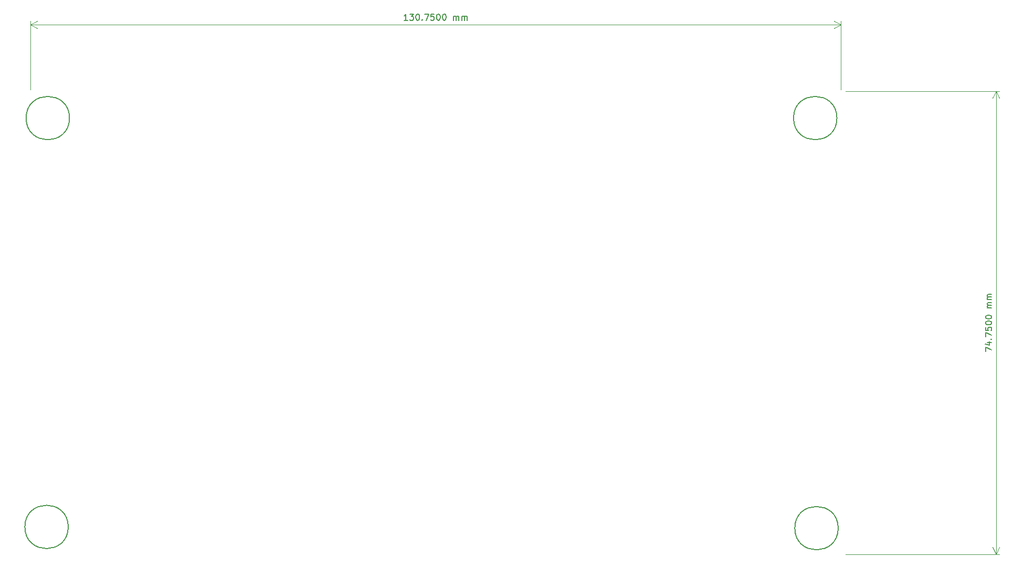
<source format=gbr>
%TF.GenerationSoftware,KiCad,Pcbnew,8.0.4*%
%TF.CreationDate,2024-11-06T13:18:38+05:30*%
%TF.ProjectId,PS_CARD,50535f43-4152-4442-9e6b-696361645f70,rev?*%
%TF.SameCoordinates,Original*%
%TF.FileFunction,Other,Comment*%
%FSLAX46Y46*%
G04 Gerber Fmt 4.6, Leading zero omitted, Abs format (unit mm)*
G04 Created by KiCad (PCBNEW 8.0.4) date 2024-11-06 13:18:38*
%MOMM*%
%LPD*%
G01*
G04 APERTURE LIST*
%ADD10C,0.150000*%
%ADD11C,0.100000*%
G04 APERTURE END LIST*
D10*
X119851190Y-54804819D02*
X119279762Y-54804819D01*
X119565476Y-54804819D02*
X119565476Y-53804819D01*
X119565476Y-53804819D02*
X119470238Y-53947676D01*
X119470238Y-53947676D02*
X119375000Y-54042914D01*
X119375000Y-54042914D02*
X119279762Y-54090533D01*
X120184524Y-53804819D02*
X120803571Y-53804819D01*
X120803571Y-53804819D02*
X120470238Y-54185771D01*
X120470238Y-54185771D02*
X120613095Y-54185771D01*
X120613095Y-54185771D02*
X120708333Y-54233390D01*
X120708333Y-54233390D02*
X120755952Y-54281009D01*
X120755952Y-54281009D02*
X120803571Y-54376247D01*
X120803571Y-54376247D02*
X120803571Y-54614342D01*
X120803571Y-54614342D02*
X120755952Y-54709580D01*
X120755952Y-54709580D02*
X120708333Y-54757200D01*
X120708333Y-54757200D02*
X120613095Y-54804819D01*
X120613095Y-54804819D02*
X120327381Y-54804819D01*
X120327381Y-54804819D02*
X120232143Y-54757200D01*
X120232143Y-54757200D02*
X120184524Y-54709580D01*
X121422619Y-53804819D02*
X121517857Y-53804819D01*
X121517857Y-53804819D02*
X121613095Y-53852438D01*
X121613095Y-53852438D02*
X121660714Y-53900057D01*
X121660714Y-53900057D02*
X121708333Y-53995295D01*
X121708333Y-53995295D02*
X121755952Y-54185771D01*
X121755952Y-54185771D02*
X121755952Y-54423866D01*
X121755952Y-54423866D02*
X121708333Y-54614342D01*
X121708333Y-54614342D02*
X121660714Y-54709580D01*
X121660714Y-54709580D02*
X121613095Y-54757200D01*
X121613095Y-54757200D02*
X121517857Y-54804819D01*
X121517857Y-54804819D02*
X121422619Y-54804819D01*
X121422619Y-54804819D02*
X121327381Y-54757200D01*
X121327381Y-54757200D02*
X121279762Y-54709580D01*
X121279762Y-54709580D02*
X121232143Y-54614342D01*
X121232143Y-54614342D02*
X121184524Y-54423866D01*
X121184524Y-54423866D02*
X121184524Y-54185771D01*
X121184524Y-54185771D02*
X121232143Y-53995295D01*
X121232143Y-53995295D02*
X121279762Y-53900057D01*
X121279762Y-53900057D02*
X121327381Y-53852438D01*
X121327381Y-53852438D02*
X121422619Y-53804819D01*
X122184524Y-54709580D02*
X122232143Y-54757200D01*
X122232143Y-54757200D02*
X122184524Y-54804819D01*
X122184524Y-54804819D02*
X122136905Y-54757200D01*
X122136905Y-54757200D02*
X122184524Y-54709580D01*
X122184524Y-54709580D02*
X122184524Y-54804819D01*
X122565476Y-53804819D02*
X123232142Y-53804819D01*
X123232142Y-53804819D02*
X122803571Y-54804819D01*
X124089285Y-53804819D02*
X123613095Y-53804819D01*
X123613095Y-53804819D02*
X123565476Y-54281009D01*
X123565476Y-54281009D02*
X123613095Y-54233390D01*
X123613095Y-54233390D02*
X123708333Y-54185771D01*
X123708333Y-54185771D02*
X123946428Y-54185771D01*
X123946428Y-54185771D02*
X124041666Y-54233390D01*
X124041666Y-54233390D02*
X124089285Y-54281009D01*
X124089285Y-54281009D02*
X124136904Y-54376247D01*
X124136904Y-54376247D02*
X124136904Y-54614342D01*
X124136904Y-54614342D02*
X124089285Y-54709580D01*
X124089285Y-54709580D02*
X124041666Y-54757200D01*
X124041666Y-54757200D02*
X123946428Y-54804819D01*
X123946428Y-54804819D02*
X123708333Y-54804819D01*
X123708333Y-54804819D02*
X123613095Y-54757200D01*
X123613095Y-54757200D02*
X123565476Y-54709580D01*
X124755952Y-53804819D02*
X124851190Y-53804819D01*
X124851190Y-53804819D02*
X124946428Y-53852438D01*
X124946428Y-53852438D02*
X124994047Y-53900057D01*
X124994047Y-53900057D02*
X125041666Y-53995295D01*
X125041666Y-53995295D02*
X125089285Y-54185771D01*
X125089285Y-54185771D02*
X125089285Y-54423866D01*
X125089285Y-54423866D02*
X125041666Y-54614342D01*
X125041666Y-54614342D02*
X124994047Y-54709580D01*
X124994047Y-54709580D02*
X124946428Y-54757200D01*
X124946428Y-54757200D02*
X124851190Y-54804819D01*
X124851190Y-54804819D02*
X124755952Y-54804819D01*
X124755952Y-54804819D02*
X124660714Y-54757200D01*
X124660714Y-54757200D02*
X124613095Y-54709580D01*
X124613095Y-54709580D02*
X124565476Y-54614342D01*
X124565476Y-54614342D02*
X124517857Y-54423866D01*
X124517857Y-54423866D02*
X124517857Y-54185771D01*
X124517857Y-54185771D02*
X124565476Y-53995295D01*
X124565476Y-53995295D02*
X124613095Y-53900057D01*
X124613095Y-53900057D02*
X124660714Y-53852438D01*
X124660714Y-53852438D02*
X124755952Y-53804819D01*
X125708333Y-53804819D02*
X125803571Y-53804819D01*
X125803571Y-53804819D02*
X125898809Y-53852438D01*
X125898809Y-53852438D02*
X125946428Y-53900057D01*
X125946428Y-53900057D02*
X125994047Y-53995295D01*
X125994047Y-53995295D02*
X126041666Y-54185771D01*
X126041666Y-54185771D02*
X126041666Y-54423866D01*
X126041666Y-54423866D02*
X125994047Y-54614342D01*
X125994047Y-54614342D02*
X125946428Y-54709580D01*
X125946428Y-54709580D02*
X125898809Y-54757200D01*
X125898809Y-54757200D02*
X125803571Y-54804819D01*
X125803571Y-54804819D02*
X125708333Y-54804819D01*
X125708333Y-54804819D02*
X125613095Y-54757200D01*
X125613095Y-54757200D02*
X125565476Y-54709580D01*
X125565476Y-54709580D02*
X125517857Y-54614342D01*
X125517857Y-54614342D02*
X125470238Y-54423866D01*
X125470238Y-54423866D02*
X125470238Y-54185771D01*
X125470238Y-54185771D02*
X125517857Y-53995295D01*
X125517857Y-53995295D02*
X125565476Y-53900057D01*
X125565476Y-53900057D02*
X125613095Y-53852438D01*
X125613095Y-53852438D02*
X125708333Y-53804819D01*
X127232143Y-54804819D02*
X127232143Y-54138152D01*
X127232143Y-54233390D02*
X127279762Y-54185771D01*
X127279762Y-54185771D02*
X127375000Y-54138152D01*
X127375000Y-54138152D02*
X127517857Y-54138152D01*
X127517857Y-54138152D02*
X127613095Y-54185771D01*
X127613095Y-54185771D02*
X127660714Y-54281009D01*
X127660714Y-54281009D02*
X127660714Y-54804819D01*
X127660714Y-54281009D02*
X127708333Y-54185771D01*
X127708333Y-54185771D02*
X127803571Y-54138152D01*
X127803571Y-54138152D02*
X127946428Y-54138152D01*
X127946428Y-54138152D02*
X128041667Y-54185771D01*
X128041667Y-54185771D02*
X128089286Y-54281009D01*
X128089286Y-54281009D02*
X128089286Y-54804819D01*
X128565476Y-54804819D02*
X128565476Y-54138152D01*
X128565476Y-54233390D02*
X128613095Y-54185771D01*
X128613095Y-54185771D02*
X128708333Y-54138152D01*
X128708333Y-54138152D02*
X128851190Y-54138152D01*
X128851190Y-54138152D02*
X128946428Y-54185771D01*
X128946428Y-54185771D02*
X128994047Y-54281009D01*
X128994047Y-54281009D02*
X128994047Y-54804819D01*
X128994047Y-54281009D02*
X129041666Y-54185771D01*
X129041666Y-54185771D02*
X129136904Y-54138152D01*
X129136904Y-54138152D02*
X129279761Y-54138152D01*
X129279761Y-54138152D02*
X129375000Y-54185771D01*
X129375000Y-54185771D02*
X129422619Y-54281009D01*
X129422619Y-54281009D02*
X129422619Y-54804819D01*
D11*
X189750000Y-66000000D02*
X189750000Y-54913580D01*
X59000000Y-66000000D02*
X59000000Y-54913580D01*
X189750000Y-55500000D02*
X59000000Y-55500000D01*
X189750000Y-55500000D02*
X59000000Y-55500000D01*
X189750000Y-55500000D02*
X188623496Y-56086421D01*
X189750000Y-55500000D02*
X188623496Y-54913579D01*
X59000000Y-55500000D02*
X60126504Y-54913579D01*
X59000000Y-55500000D02*
X60126504Y-56086421D01*
D10*
X213054819Y-108291665D02*
X213054819Y-107624999D01*
X213054819Y-107624999D02*
X214054819Y-108053570D01*
X213388152Y-106815475D02*
X214054819Y-106815475D01*
X213007200Y-107053570D02*
X213721485Y-107291665D01*
X213721485Y-107291665D02*
X213721485Y-106672618D01*
X213959580Y-106291665D02*
X214007200Y-106244046D01*
X214007200Y-106244046D02*
X214054819Y-106291665D01*
X214054819Y-106291665D02*
X214007200Y-106339284D01*
X214007200Y-106339284D02*
X213959580Y-106291665D01*
X213959580Y-106291665D02*
X214054819Y-106291665D01*
X213054819Y-105910713D02*
X213054819Y-105244047D01*
X213054819Y-105244047D02*
X214054819Y-105672618D01*
X213054819Y-104386904D02*
X213054819Y-104863094D01*
X213054819Y-104863094D02*
X213531009Y-104910713D01*
X213531009Y-104910713D02*
X213483390Y-104863094D01*
X213483390Y-104863094D02*
X213435771Y-104767856D01*
X213435771Y-104767856D02*
X213435771Y-104529761D01*
X213435771Y-104529761D02*
X213483390Y-104434523D01*
X213483390Y-104434523D02*
X213531009Y-104386904D01*
X213531009Y-104386904D02*
X213626247Y-104339285D01*
X213626247Y-104339285D02*
X213864342Y-104339285D01*
X213864342Y-104339285D02*
X213959580Y-104386904D01*
X213959580Y-104386904D02*
X214007200Y-104434523D01*
X214007200Y-104434523D02*
X214054819Y-104529761D01*
X214054819Y-104529761D02*
X214054819Y-104767856D01*
X214054819Y-104767856D02*
X214007200Y-104863094D01*
X214007200Y-104863094D02*
X213959580Y-104910713D01*
X213054819Y-103720237D02*
X213054819Y-103624999D01*
X213054819Y-103624999D02*
X213102438Y-103529761D01*
X213102438Y-103529761D02*
X213150057Y-103482142D01*
X213150057Y-103482142D02*
X213245295Y-103434523D01*
X213245295Y-103434523D02*
X213435771Y-103386904D01*
X213435771Y-103386904D02*
X213673866Y-103386904D01*
X213673866Y-103386904D02*
X213864342Y-103434523D01*
X213864342Y-103434523D02*
X213959580Y-103482142D01*
X213959580Y-103482142D02*
X214007200Y-103529761D01*
X214007200Y-103529761D02*
X214054819Y-103624999D01*
X214054819Y-103624999D02*
X214054819Y-103720237D01*
X214054819Y-103720237D02*
X214007200Y-103815475D01*
X214007200Y-103815475D02*
X213959580Y-103863094D01*
X213959580Y-103863094D02*
X213864342Y-103910713D01*
X213864342Y-103910713D02*
X213673866Y-103958332D01*
X213673866Y-103958332D02*
X213435771Y-103958332D01*
X213435771Y-103958332D02*
X213245295Y-103910713D01*
X213245295Y-103910713D02*
X213150057Y-103863094D01*
X213150057Y-103863094D02*
X213102438Y-103815475D01*
X213102438Y-103815475D02*
X213054819Y-103720237D01*
X213054819Y-102767856D02*
X213054819Y-102672618D01*
X213054819Y-102672618D02*
X213102438Y-102577380D01*
X213102438Y-102577380D02*
X213150057Y-102529761D01*
X213150057Y-102529761D02*
X213245295Y-102482142D01*
X213245295Y-102482142D02*
X213435771Y-102434523D01*
X213435771Y-102434523D02*
X213673866Y-102434523D01*
X213673866Y-102434523D02*
X213864342Y-102482142D01*
X213864342Y-102482142D02*
X213959580Y-102529761D01*
X213959580Y-102529761D02*
X214007200Y-102577380D01*
X214007200Y-102577380D02*
X214054819Y-102672618D01*
X214054819Y-102672618D02*
X214054819Y-102767856D01*
X214054819Y-102767856D02*
X214007200Y-102863094D01*
X214007200Y-102863094D02*
X213959580Y-102910713D01*
X213959580Y-102910713D02*
X213864342Y-102958332D01*
X213864342Y-102958332D02*
X213673866Y-103005951D01*
X213673866Y-103005951D02*
X213435771Y-103005951D01*
X213435771Y-103005951D02*
X213245295Y-102958332D01*
X213245295Y-102958332D02*
X213150057Y-102910713D01*
X213150057Y-102910713D02*
X213102438Y-102863094D01*
X213102438Y-102863094D02*
X213054819Y-102767856D01*
X214054819Y-101244046D02*
X213388152Y-101244046D01*
X213483390Y-101244046D02*
X213435771Y-101196427D01*
X213435771Y-101196427D02*
X213388152Y-101101189D01*
X213388152Y-101101189D02*
X213388152Y-100958332D01*
X213388152Y-100958332D02*
X213435771Y-100863094D01*
X213435771Y-100863094D02*
X213531009Y-100815475D01*
X213531009Y-100815475D02*
X214054819Y-100815475D01*
X213531009Y-100815475D02*
X213435771Y-100767856D01*
X213435771Y-100767856D02*
X213388152Y-100672618D01*
X213388152Y-100672618D02*
X213388152Y-100529761D01*
X213388152Y-100529761D02*
X213435771Y-100434522D01*
X213435771Y-100434522D02*
X213531009Y-100386903D01*
X213531009Y-100386903D02*
X214054819Y-100386903D01*
X214054819Y-99910713D02*
X213388152Y-99910713D01*
X213483390Y-99910713D02*
X213435771Y-99863094D01*
X213435771Y-99863094D02*
X213388152Y-99767856D01*
X213388152Y-99767856D02*
X213388152Y-99624999D01*
X213388152Y-99624999D02*
X213435771Y-99529761D01*
X213435771Y-99529761D02*
X213531009Y-99482142D01*
X213531009Y-99482142D02*
X214054819Y-99482142D01*
X213531009Y-99482142D02*
X213435771Y-99434523D01*
X213435771Y-99434523D02*
X213388152Y-99339285D01*
X213388152Y-99339285D02*
X213388152Y-99196428D01*
X213388152Y-99196428D02*
X213435771Y-99101189D01*
X213435771Y-99101189D02*
X213531009Y-99053570D01*
X213531009Y-99053570D02*
X214054819Y-99053570D01*
D11*
X190500000Y-66250000D02*
X215336420Y-66250000D01*
X190500000Y-141000000D02*
X215336420Y-141000000D01*
X214750000Y-66250000D02*
X214750000Y-141000000D01*
X214750000Y-66250000D02*
X214750000Y-141000000D01*
X214750000Y-66250000D02*
X215336421Y-67376504D01*
X214750000Y-66250000D02*
X214163579Y-67376504D01*
X214750000Y-141000000D02*
X214163579Y-139873496D01*
X214750000Y-141000000D02*
X215336421Y-139873496D01*
D10*
%TO.C,MH4*%
X189100000Y-70600000D02*
G75*
G02*
X182100000Y-70600000I-3500000J0D01*
G01*
X182100000Y-70600000D02*
G75*
G02*
X189100000Y-70600000I3500000J0D01*
G01*
%TO.C,MH2*%
X65100000Y-136600000D02*
G75*
G02*
X58100000Y-136600000I-3500000J0D01*
G01*
X58100000Y-136600000D02*
G75*
G02*
X65100000Y-136600000I3500000J0D01*
G01*
%TO.C,MH3*%
X189300000Y-136800000D02*
G75*
G02*
X182300000Y-136800000I-3500000J0D01*
G01*
X182300000Y-136800000D02*
G75*
G02*
X189300000Y-136800000I3500000J0D01*
G01*
%TO.C,MH1*%
X65300000Y-70600000D02*
G75*
G02*
X58300000Y-70600000I-3500000J0D01*
G01*
X58300000Y-70600000D02*
G75*
G02*
X65300000Y-70600000I3500000J0D01*
G01*
%TD*%
M02*

</source>
